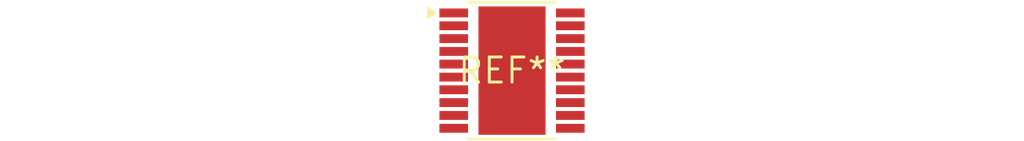
<source format=kicad_pcb>
(kicad_pcb (version 20240108) (generator pcbnew)
  (layers (0 "F.Cu" signal) (31 "B.Cu" signal) (34 "B.Paste" user) (35 "F.Paste" user) (36 "B.SilkS" user "B.Silkscreen") (37 "F.SilkS" user "F.Silkscreen") (38 "B.Mask" user) (39 "F.Mask" user) (44 "Edge.Cuts" user))
  (net 0 "")
  (footprint "HTSSOP-20-1EP_4.4x6.5mm_P0.65mm_EP3.4x6.5mm" (layer "F.Cu") (at 0 0)
    (property "Reference" "REF**")
    (property "Value" "HTSSOP-20-1EP_4.4x6.5mm_P0.65mm_EP3.4x6.5mm")
    (fp_line (start -2.23 -3.45) (end 2.23 -3.45) (layer "F.SilkS") (stroke (width 0.12)))
    (fp_line (start -2.23 3.45) (end 2.23 3.45) (layer "F.SilkS") (stroke (width 0.12)))
    (fp_poly (pts (xy -3.91 -2.925) (xy -4.24 -3.165) (xy -4.24 -2.685) (xy -3.91 -2.925)) (layer "F.SilkS") (stroke (width 0.12)) (fill solid))
    (pad "1" smd rect (at -2.95 -2.92) (size 1.45 0.45) (layers "F.Cu" "F.Paste" "F.Mask"))
    (pad "2" smd rect (at -2.95 -2.27) (size 1.45 0.45) (layers "F.Cu" "F.Paste" "F.Mask"))
    (pad "3" smd rect (at -2.95 -1.62) (size 1.45 0.45) (layers "F.Cu" "F.Paste" "F.Mask"))
    (pad "4" smd rect (at -2.95 -0.97) (size 1.45 0.45) (layers "F.Cu" "F.Paste" "F.Mask"))
    (pad "5" smd rect (at -2.95 -0.33) (size 1.45 0.45) (layers "F.Cu" "F.Paste" "F.Mask"))
    (pad "6" smd rect (at -2.95 0.33) (size 1.45 0.45) (layers "F.Cu" "F.Paste" "F.Mask"))
    (pad "7" smd rect (at -2.95 0.97) (size 1.45 0.45) (layers "F.Cu" "F.Paste" "F.Mask"))
    (pad "8" smd rect (at -2.95 1.62) (size 1.45 0.45) (layers "F.Cu" "F.Paste" "F.Mask"))
    (pad "9" smd rect (at -2.95 2.27) (size 1.45 0.45) (layers "F.Cu" "F.Paste" "F.Mask"))
    (pad "10" smd rect (at -2.95 2.92) (size 1.45 0.45) (layers "F.Cu" "F.Paste" "F.Mask"))
    (pad "11" smd rect (at 2.95 2.92) (size 1.45 0.45) (layers "F.Cu" "F.Paste" "F.Mask"))
    (pad "12" smd rect (at 2.95 2.27) (size 1.45 0.45) (layers "F.Cu" "F.Paste" "F.Mask"))
    (pad "13" smd rect (at 2.95 1.62) (size 1.45 0.45) (layers "F.Cu" "F.Paste" "F.Mask"))
    (pad "14" smd rect (at 2.95 0.97) (size 1.45 0.45) (layers "F.Cu" "F.Paste" "F.Mask"))
    (pad "15" smd rect (at 2.95 0.33) (size 1.45 0.45) (layers "F.Cu" "F.Paste" "F.Mask"))
    (pad "16" smd rect (at 2.95 -0.33) (size 1.45 0.45) (layers "F.Cu" "F.Paste" "F.Mask"))
    (pad "17" smd rect (at 2.95 -0.97) (size 1.45 0.45) (layers "F.Cu" "F.Paste" "F.Mask"))
    (pad "18" smd rect (at 2.95 -1.62) (size 1.45 0.45) (layers "F.Cu" "F.Paste" "F.Mask"))
    (pad "19" smd rect (at 2.95 -2.27) (size 1.45 0.45) (layers "F.Cu" "F.Paste" "F.Mask"))
    (pad "20" smd rect (at 2.95 -2.92) (size 1.45 0.45) (layers "F.Cu" "F.Paste" "F.Mask"))
    (pad "21" smd rect (at 0 0) (size 3.4 6.5) (layers "F.Cu" "F.Mask"))
  )
)
</source>
